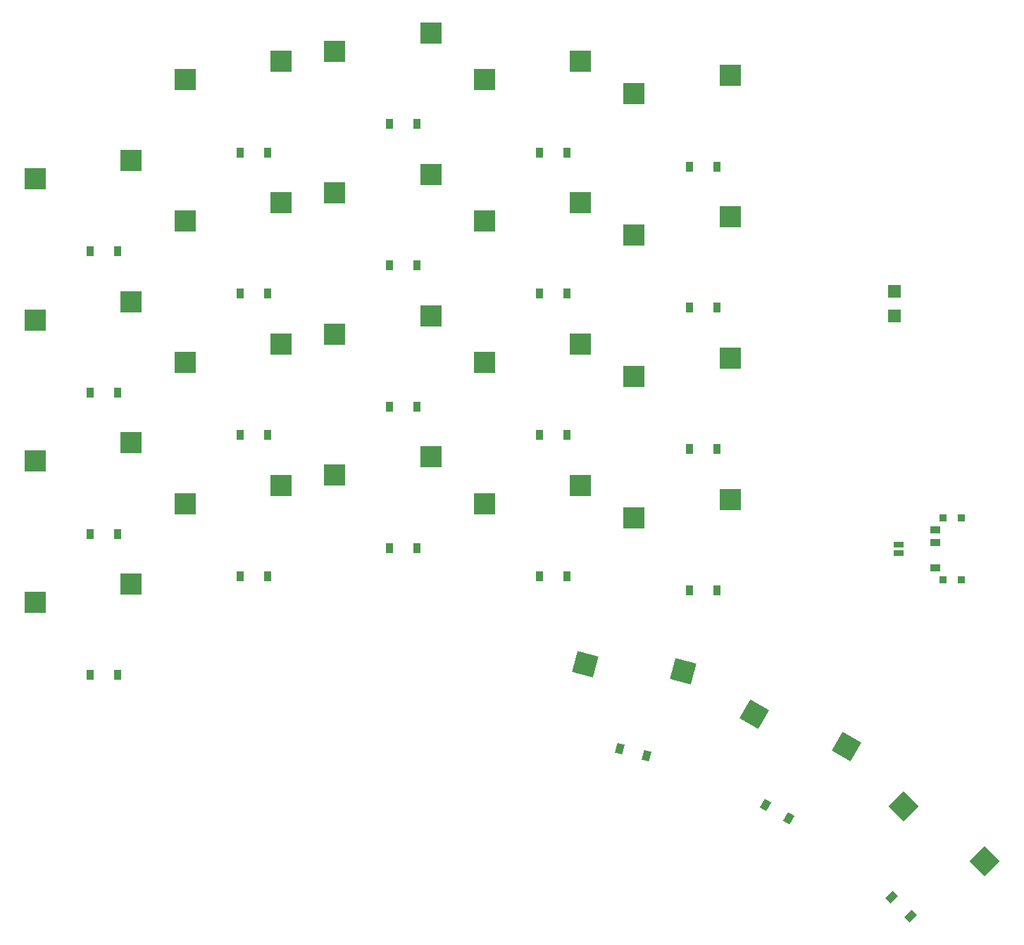
<source format=gtp>
%TF.GenerationSoftware,KiCad,Pcbnew,8.0.2*%
%TF.CreationDate,2024-05-30T16:07:25+01:00*%
%TF.ProjectId,board,626f6172-642e-46b6-9963-61645f706362,0.3*%
%TF.SameCoordinates,Original*%
%TF.FileFunction,Paste,Top*%
%TF.FilePolarity,Positive*%
%FSLAX46Y46*%
G04 Gerber Fmt 4.6, Leading zero omitted, Abs format (unit mm)*
G04 Created by KiCad (PCBNEW 8.0.2) date 2024-05-30 16:07:25*
%MOMM*%
%LPD*%
G01*
G04 APERTURE LIST*
G04 Aperture macros list*
%AMRotRect*
0 Rectangle, with rotation*
0 The origin of the aperture is its center*
0 $1 length*
0 $2 width*
0 $3 Rotation angle, in degrees counterclockwise*
0 Add horizontal line*
21,1,$1,$2,0,0,$3*%
G04 Aperture macros list end*
%ADD10R,0.900000X0.900000*%
%ADD11R,1.250000X0.900000*%
%ADD12R,2.600000X2.600000*%
%ADD13R,0.900000X1.200000*%
%ADD14RotRect,0.900000X1.200000X345.000000*%
%ADD15RotRect,2.600000X2.600000X315.000000*%
%ADD16R,1.500000X1.500000*%
%ADD17RotRect,2.600000X2.600000X345.000000*%
%ADD18RotRect,0.900000X1.200000X315.000000*%
%ADD19RotRect,0.900000X1.200000X330.000000*%
%ADD20R,1.143000X0.635000*%
%ADD21RotRect,2.600000X2.600000X330.000000*%
G04 APERTURE END LIST*
D10*
%TO.C,T1*%
X103100000Y13900000D03*
X100900000Y13900000D03*
X103100000Y6500000D03*
X100900000Y6500000D03*
D11*
X99925000Y7950000D03*
X99925000Y10950000D03*
X99925000Y12450000D03*
%TD*%
D12*
%TO.C,S11*%
X39275000Y55250000D03*
X27725000Y53050000D03*
%TD*%
D13*
%TO.C,D9*%
X34350000Y10300000D03*
X37650000Y10300000D03*
%TD*%
D12*
%TO.C,S17*%
X75275000Y16150000D03*
X63725000Y13950000D03*
%TD*%
D13*
%TO.C,D10*%
X34350000Y27300000D03*
X37650000Y27300000D03*
%TD*%
%TO.C,D12*%
X34350000Y61300000D03*
X37650000Y61300000D03*
%TD*%
D12*
%TO.C,S3*%
X3275000Y39950000D03*
X-8275000Y37750000D03*
%TD*%
D14*
%TO.C,D21*%
X62005422Y-13821550D03*
X65192978Y-14675650D03*
%TD*%
D13*
%TO.C,D7*%
X16350000Y40900000D03*
X19650000Y40900000D03*
%TD*%
D12*
%TO.C,S9*%
X39275000Y21250000D03*
X27725000Y19050000D03*
%TD*%
%TO.C,S1*%
X3275000Y5950000D03*
X-8275000Y3750000D03*
%TD*%
%TO.C,S13*%
X57275000Y17850000D03*
X45725000Y15650000D03*
%TD*%
%TO.C,S10*%
X39275000Y38250000D03*
X27725000Y36050000D03*
%TD*%
D15*
%TO.C,S23*%
X105872560Y-27420789D03*
X96149842Y-20809341D03*
%TD*%
D12*
%TO.C,S18*%
X75275000Y33150000D03*
X63725000Y30950000D03*
%TD*%
%TO.C,S4*%
X3275000Y56950000D03*
X-8275000Y54750000D03*
%TD*%
D16*
%TO.C,PAD2*%
X95000000Y41200000D03*
%TD*%
D13*
%TO.C,D8*%
X16350000Y57900000D03*
X19650000Y57900000D03*
%TD*%
D12*
%TO.C,S12*%
X39275000Y72250000D03*
X27725000Y70050000D03*
%TD*%
%TO.C,S6*%
X21275000Y34850000D03*
X9725000Y32650000D03*
%TD*%
D13*
%TO.C,D1*%
X-1650000Y-5000000D03*
X1650000Y-5000000D03*
%TD*%
%TO.C,D3*%
X-1650000Y29000000D03*
X1650000Y29000000D03*
%TD*%
D16*
%TO.C,PAD1*%
X95000000Y38200000D03*
%TD*%
D13*
%TO.C,D4*%
X-1650000Y46000000D03*
X1650000Y46000000D03*
%TD*%
%TO.C,D16*%
X52350000Y57900000D03*
X55650000Y57900000D03*
%TD*%
D12*
%TO.C,S5*%
X21275000Y17850000D03*
X9725000Y15650000D03*
%TD*%
D17*
%TO.C,S21*%
X69596680Y-4519374D03*
X57870835Y-3655051D03*
%TD*%
D12*
%TO.C,S7*%
X21275000Y51850000D03*
X9725000Y49650000D03*
%TD*%
%TO.C,S14*%
X57275000Y34850000D03*
X45725000Y32650000D03*
%TD*%
D18*
%TO.C,D23*%
X94647274Y-31681074D03*
X96980726Y-34014526D03*
%TD*%
D19*
%TO.C,D22*%
X79501958Y-20602700D03*
X82359842Y-22252700D03*
%TD*%
D13*
%TO.C,D20*%
X70350000Y56200000D03*
X73650000Y56200000D03*
%TD*%
D12*
%TO.C,S16*%
X57275000Y68850000D03*
X45725000Y66650000D03*
%TD*%
D13*
%TO.C,D6*%
X16350000Y23900000D03*
X19650000Y23900000D03*
%TD*%
D12*
%TO.C,S2*%
X3275000Y22950000D03*
X-8275000Y20750000D03*
%TD*%
D13*
%TO.C,D14*%
X52350000Y23900000D03*
X55650000Y23900000D03*
%TD*%
%TO.C,D13*%
X52350000Y6900000D03*
X55650000Y6900000D03*
%TD*%
%TO.C,D17*%
X70350000Y5200000D03*
X73650000Y5200000D03*
%TD*%
D20*
%TO.C,J2*%
X95500000Y10700380D03*
X95500000Y9699620D03*
%TD*%
D13*
%TO.C,D2*%
X-1650000Y12000000D03*
X1650000Y12000000D03*
%TD*%
%TO.C,D19*%
X70350000Y39200000D03*
X73650000Y39200000D03*
%TD*%
D12*
%TO.C,S20*%
X75275000Y67150000D03*
X63725000Y64950000D03*
%TD*%
%TO.C,S8*%
X21275000Y68850000D03*
X9725000Y66650000D03*
%TD*%
D13*
%TO.C,D11*%
X34350000Y44300000D03*
X37650000Y44300000D03*
%TD*%
D21*
%TO.C,S22*%
X89242133Y-13582149D03*
X78139540Y-9712405D03*
%TD*%
D13*
%TO.C,D18*%
X70350000Y22200000D03*
X73650000Y22200000D03*
%TD*%
D12*
%TO.C,S15*%
X57275000Y51850000D03*
X45725000Y49650000D03*
%TD*%
%TO.C,S19*%
X75275000Y50150000D03*
X63725000Y47950000D03*
%TD*%
D13*
%TO.C,D15*%
X52350000Y40900000D03*
X55650000Y40900000D03*
%TD*%
%TO.C,D5*%
X16350000Y6900000D03*
X19650000Y6900000D03*
%TD*%
M02*

</source>
